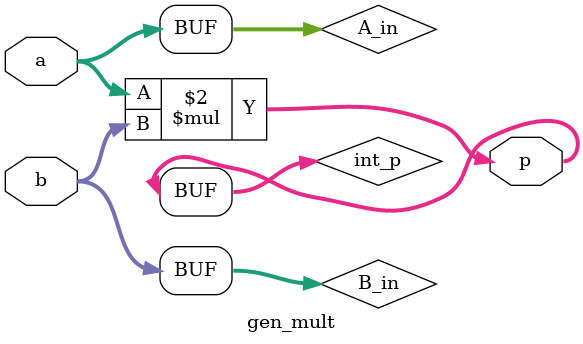
<source format=v>
module gen_mult
#(
	parameter DATA_WIDTH = 64
)
(
	input [DATA_WIDTH - 1:0] a,
	input [DATA_WIDTH - 1:0] b,
	output [DATA_WIDTH + DATA_WIDTH - 1:0] p
);
	// reg signed [DATA_WIDTH + DATA_WIDTH - 1:0] int_p;

	// reg signed [DATA_WIDTH - 1:0] A_in;
	// reg signed [DATA_WIDTH - 1:0] B_in;
	reg [DATA_WIDTH + DATA_WIDTH - 1:0] int_p;

	reg [DATA_WIDTH - 1:0] A_in;
	reg [DATA_WIDTH - 1:0] B_in;
	assign p = int_p;
	always @(a or b)
	begin
	   A_in = a;
	   B_in = b;
	   int_p = A_in * B_in; 
	end
endmodule

</source>
